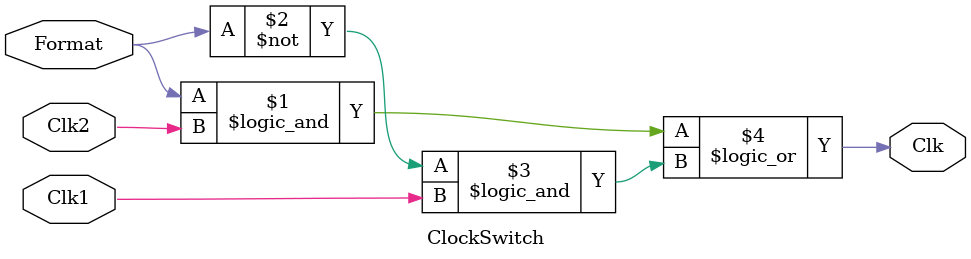
<source format=v>
module ClockSwitch(
	input Format,
	input Clk1,
	input Clk2,
	output Clk
);

	assign Clk = (Format && Clk2) || (~Format && Clk1);

endmodule
</source>
